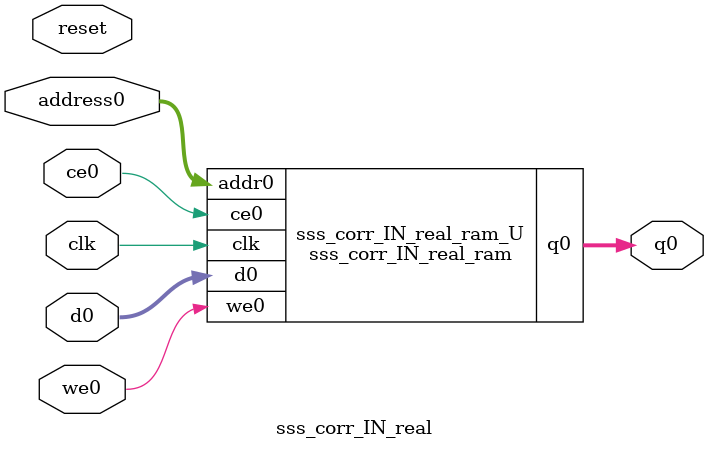
<source format=v>
`timescale 1 ns / 1 ps
module sss_corr_IN_real_ram (addr0, ce0, d0, we0, q0,  clk);

parameter DWIDTH = 32;
parameter AWIDTH = 7;
parameter MEM_SIZE = 128;

input[AWIDTH-1:0] addr0;
input ce0;
input[DWIDTH-1:0] d0;
input we0;
output reg[DWIDTH-1:0] q0;
input clk;

reg [DWIDTH-1:0] ram[0:MEM_SIZE-1];




always @(posedge clk)  
begin 
    if (ce0) begin
        if (we0) 
            ram[addr0] <= d0; 
        q0 <= ram[addr0];
    end
end


endmodule

`timescale 1 ns / 1 ps
module sss_corr_IN_real(
    reset,
    clk,
    address0,
    ce0,
    we0,
    d0,
    q0);

parameter DataWidth = 32'd32;
parameter AddressRange = 32'd128;
parameter AddressWidth = 32'd7;
input reset;
input clk;
input[AddressWidth - 1:0] address0;
input ce0;
input we0;
input[DataWidth - 1:0] d0;
output[DataWidth - 1:0] q0;



sss_corr_IN_real_ram sss_corr_IN_real_ram_U(
    .clk( clk ),
    .addr0( address0 ),
    .ce0( ce0 ),
    .we0( we0 ),
    .d0( d0 ),
    .q0( q0 ));

endmodule


</source>
